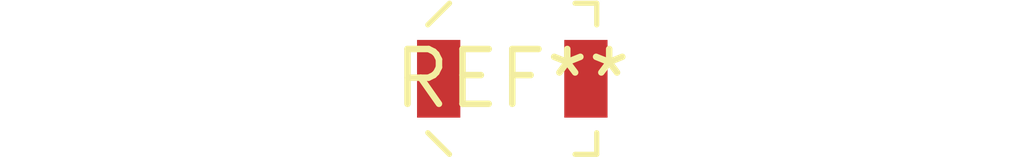
<source format=kicad_pcb>
(kicad_pcb (version 20240108) (generator pcbnew)
  (layers (0 "F.Cu" signal) (31 "B.Cu" signal) (34 "B.Paste" user) (35 "F.Paste" user) (36 "B.SilkS" user "B.Silkscreen") (37 "F.SilkS" user "F.Silkscreen") (38 "B.Mask" user) (39 "F.Mask" user) (44 "Edge.Cuts" user))
  (net 0 "")
  (footprint "C_Trimmer_Voltronics_JR" (layer "F.Cu") (at 0 0)
    (property "Reference" "REF**")
    (property "Value" "C_Trimmer_Voltronics_JR")
    (fp_line (start -1.95 -1.25) (end -1.45 -1.75) (layer "F.SilkS") (stroke (width 0.12)))
    (fp_line (start -1.95 1.25) (end -1.45 1.75) (layer "F.SilkS") (stroke (width 0.12)))
    (fp_line (start 1.95 -1.75) (end 1.45 -1.75) (layer "F.SilkS") (stroke (width 0.12)))
    (fp_line (start 1.95 -1.75) (end 1.95 -1.25) (layer "F.SilkS") (stroke (width 0.12)))
    (fp_line (start 1.95 1.75) (end 1.45 1.75) (layer "F.SilkS") (stroke (width 0.12)))
    (fp_line (start 1.95 1.75) (end 1.95 1.25) (layer "F.SilkS") (stroke (width 0.12)))
    (pad "1" smd rect (at -1.7 0) (size 1 1.8) (layers "F.Cu" "F.Paste" "F.Mask"))
    (pad "2" smd rect (at 1.7 0) (size 1 1.8) (layers "F.Cu" "F.Paste" "F.Mask"))
  )
)
</source>
